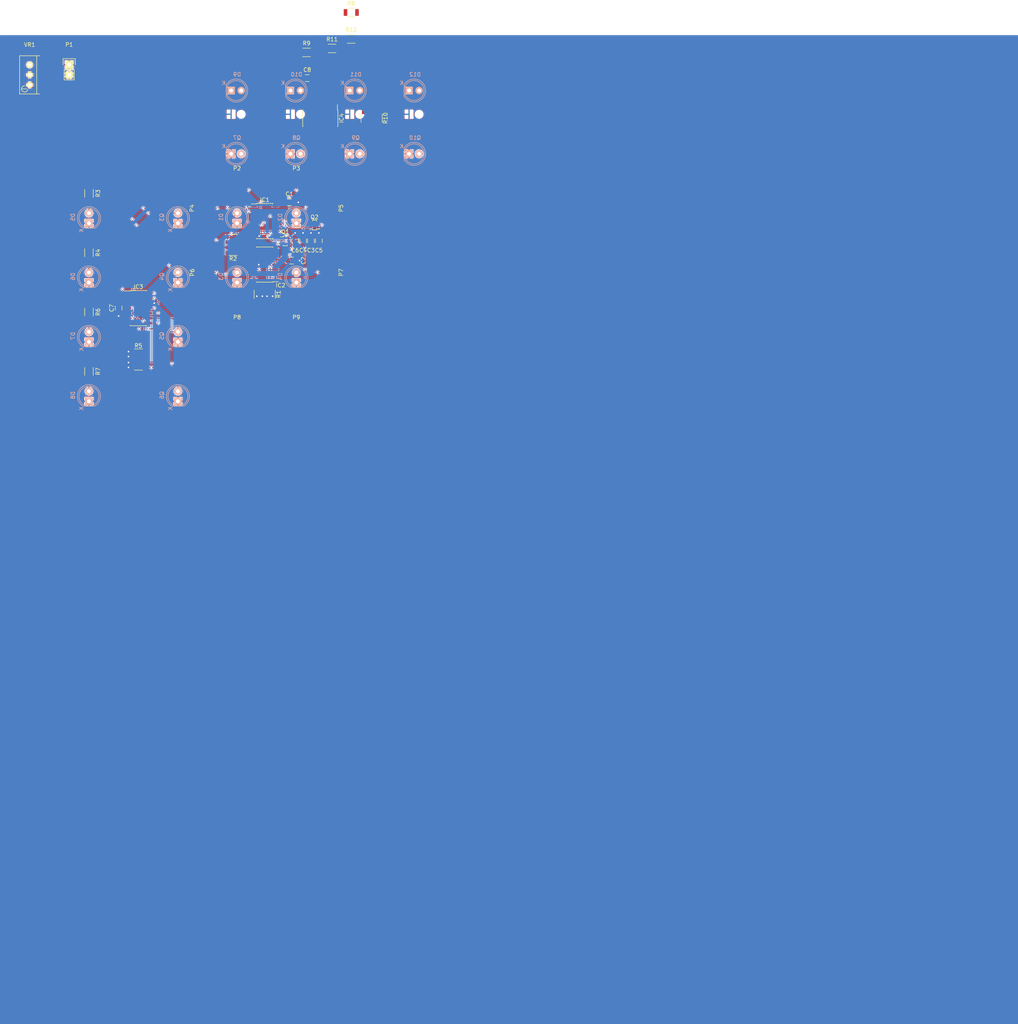
<source format=kicad_pcb>
(kicad_pcb (version 4) (host pcbnew 4.0.1-stable)
  (layers (0 F.Cu signal) (31 B.Cu signal) (34 B.Paste user) (35 F.Paste user) (36 B.SilkS user) (37 F.SilkS user) (38 B.Mask user) (39 F.Mask user) (44 Edge.Cuts user))
  (net 0 "")
  (net 1 +5V)
  (net 2 GND)
  (net 3 "Net-(D1-Pad2)")
  (net 4 "Net-(D2-Pad2)")
  (net 5 "Net-(D3-Pad2)")
  (net 6 "Net-(D4-Pad2)")
  (net 7 /Decay-1)
  (net 8 /Decay-2)
  (net 9 /Decay-3)
  (net 10 /Decay-4)
  (net 11 /Y1)
  (net 12 /X1)
  (net 13 /On-1)
  (net 14 /On-2)
  (net 15 /X2)
  (net 16 /Y2)
  (net 17 /On-4)
  (net 18 /On-3)
  (net 19 /LED1)
  (net 20 /LED2)
  (net 21 /LED4)
  (net 22 /LED3)
  (net 23 "Net-(D5-Pad2)")
  (net 24 "Net-(D6-Pad2)")
  (net 25 "Net-(D7-Pad2)")
  (net 26 "Net-(D8-Pad2)")
  (net 27 "/Detector X/Out-2")
  (net 28 "/Detector X/Out-1")
  (net 29 Ref)
  (net 30 "/Detector X/Detect-1")
  (net 31 "/Detector X/Detect-2")
  (net 32 "/Detector X/Detect-3")
  (net 33 "/Detector X/Detect-4")
  (net 34 "/Detector X/Out-4")
  (net 35 "/Detector X/Out-3")
  (net 36 "Net-(D9-Pad2)")
  (net 37 "Net-(D10-Pad2)")
  (net 38 "Net-(D11-Pad2)")
  (net 39 "Net-(D12-Pad2)")
  (net 40 "/Detector Y/Out-2")
  (net 41 "/Detector Y/Out-1")
  (net 42 "/Detector Y/Detect-1")
  (net 43 "/Detector Y/Detect-2")
  (net 44 "/Detector Y/Detect-3")
  (net 45 "/Detector Y/Detect-4")
  (net 46 "/Detector Y/Out-4")
  (net 47 "/Detector Y/Out-3")
  (module Housings_SOIC:SOIC-14_3.9x8.7mm_Pitch1.27mm (layer F.Cu) (at 86.95 83 180)
    (fp_text reference IC2 (at -4 -5.25 180) (layer F.SilkS))
    (fp_text value LM324)
    (pad 1 smd rect (at -2.7 -3.81 180) (size 1.5 0.6) (layers F.Cu F.Paste F.Mask) (net 19 /LED1))
    (pad 2 smd rect (at -2.7 -2.54 180) (size 1.5 0.6) (layers F.Cu F.Paste F.Mask) (net 19 /LED1))
    (pad 3 smd rect (at -2.7 -1.27 180) (size 1.5 0.6) (layers F.Cu F.Paste F.Mask) (net 7 /Decay-1))
    (pad 4 smd rect (at -2.7 0 180) (size 1.5 0.6) (layers F.Cu F.Paste F.Mask) (net 1 +5V))
    (pad 5 smd rect (at -2.7 1.27 180) (size 1.5 0.6) (layers F.Cu F.Paste F.Mask) (net 8 /Decay-2))
    (pad 6 smd rect (at -2.7 2.54 180) (size 1.5 0.6) (layers F.Cu F.Paste F.Mask) (net 20 /LED2))
    (pad 7 smd rect (at -2.7 3.81 180) (size 1.5 0.6) (layers F.Cu F.Paste F.Mask) (net 20 /LED2))
    (pad 8 smd rect (at 2.7 3.81 180) (size 1.5 0.6) (layers F.Cu F.Paste F.Mask) (net 21 /LED4))
    (pad 9 smd rect (at 2.7 2.54 180) (size 1.5 0.6) (layers F.Cu F.Paste F.Mask) (net 21 /LED4))
    (pad 10 smd rect (at 2.7 1.27 180) (size 1.5 0.6) (layers F.Cu F.Paste F.Mask) (net 10 /Decay-4))
    (pad 11 smd rect (at 2.7 0 180) (size 1.5 0.6) (layers F.Cu F.Paste F.Mask) (net 2 GND))
    (pad 12 smd rect (at 2.7 -1.27 180) (size 1.5 0.6) (layers F.Cu F.Paste F.Mask) (net 9 /Decay-3))
    (pad 13 smd rect (at 2.7 -2.54 180) (size 1.5 0.6) (layers F.Cu F.Paste F.Mask) (net 22 /LED3))
    (pad 14 smd rect (at 2.7 -3.81 180) (size 1.5 0.6) (layers F.Cu F.Paste F.Mask) (net 22 /LED3))
  )
  (module "IC Packages:TO-263" (layer F.Cu) (at 99.55 73 180)
    (fp_text reference Q2 (at 0 2 180) (layer F.SilkS))
    (fp_text value PMOS)
    (pad 1 smd rect (at -0.95 -0.65 180) (size 0.6 0.42) (layers F.Cu F.Paste F.Mask) (net 1 +5V))
    (pad 6 smd rect (at 0.95 -0.65 180) (size 0.6 0.42) (layers F.Cu F.Paste F.Mask) (net 10 /Decay-4))
    (pad 2 smd rect (at -0.95 0 180) (size 0.6 0.42) (layers F.Cu F.Paste F.Mask) (net 18 /On-3))
    (pad 5 smd rect (at 0.95 0 180) (size 0.6 0.42) (layers F.Cu F.Paste F.Mask) (net 17 /On-4))
    (pad 3 smd rect (at -0.95 0.65 180) (size 0.6 0.42) (layers F.Cu F.Paste F.Mask) (net 9 /Decay-3))
    (pad 4 smd rect (at 0.95 0.65 180) (size 0.6 0.42) (layers F.Cu F.Paste F.Mask) (net 1 +5V))
  )
  (module Housings_SOIC:SOIC-14_3.9x8.7mm_Pitch1.27mm (layer F.Cu) (at 86.95 72)
    (fp_text reference IC1 (at 0 -5.375) (layer F.SilkS))
    (fp_text value 4011)
    (pad 1 smd rect (at -2.7 -3.81) (size 1.5 0.6) (layers F.Cu F.Paste F.Mask) (net 11 /Y1))
    (pad 2 smd rect (at -2.7 -2.54) (size 1.5 0.6) (layers F.Cu F.Paste F.Mask) (net 12 /X1))
    (pad 3 smd rect (at -2.7 -1.27) (size 1.5 0.6) (layers F.Cu F.Paste F.Mask) (net 13 /On-1))
    (pad 4 smd rect (at -2.7 0) (size 1.5 0.6) (layers F.Cu F.Paste F.Mask) (net 14 /On-2))
    (pad 5 smd rect (at -2.7 1.27) (size 1.5 0.6) (layers F.Cu F.Paste F.Mask) (net 11 /Y1))
    (pad 6 smd rect (at -2.7 2.54) (size 1.5 0.6) (layers F.Cu F.Paste F.Mask) (net 15 /X2))
    (pad 7 smd rect (at -2.7 3.81) (size 1.5 0.6) (layers F.Cu F.Paste F.Mask) (net 2 GND))
    (pad 8 smd rect (at 2.7 3.81) (size 1.5 0.6) (layers F.Cu F.Paste F.Mask) (net 16 /Y2))
    (pad 9 smd rect (at 2.7 2.54) (size 1.5 0.6) (layers F.Cu F.Paste F.Mask) (net 15 /X2))
    (pad 10 smd rect (at 2.7 1.27) (size 1.5 0.6) (layers F.Cu F.Paste F.Mask) (net 17 /On-4))
    (pad 11 smd rect (at 2.7 0) (size 1.5 0.6) (layers F.Cu F.Paste F.Mask) (net 18 /On-3))
    (pad 12 smd rect (at 2.7 -1.27) (size 1.5 0.6) (layers F.Cu F.Paste F.Mask) (net 16 /Y2))
    (pad 13 smd rect (at 2.7 -2.54) (size 1.5 0.6) (layers F.Cu F.Paste F.Mask) (net 12 /X1))
    (pad 14 smd rect (at 2.7 -3.81) (size 1.5 0.6) (layers F.Cu F.Paste F.Mask) (net 1 +5V))
  )
  (module Resistors_SMD:R_Array_Convex_4x1206 (layer F.Cu) (at 86.95 90.5 270)
    (fp_text reference R1 (at 0 -3.5 270) (layer F.SilkS))
    (fp_text value 220K)
    (pad 1 smd rect (at -1.5 -2 270) (size 0.9 0.9) (layers F.Cu F.Paste F.Mask) (net 7 /Decay-1))
    (pad 4 smd rect (at -1.5 2 270) (size 0.9 0.9) (layers F.Cu F.Paste F.Mask) (net 9 /Decay-3))
    (pad 2 smd rect (at -1.5 -0.66 270) (size 0.9 0.9) (layers F.Cu F.Paste F.Mask) (net 8 /Decay-2))
    (pad 3 smd rect (at -1.5 0.66 270) (size 0.9 0.9) (layers F.Cu F.Paste F.Mask) (net 10 /Decay-4))
    (pad 7 smd rect (at 1.5 -0.66 270) (size 0.9 0.9) (layers F.Cu F.Paste F.Mask) (net 2 GND))
    (pad 8 smd rect (at 1.5 -2 270) (size 0.9 0.9) (layers F.Cu F.Paste F.Mask) (net 2 GND))
    (pad 5 smd rect (at 1.5 2 270) (size 0.9 0.9) (layers F.Cu F.Paste F.Mask) (net 2 GND))
    (pad 6 smd rect (at 1.5 0.66 270) (size 0.9 0.9) (layers F.Cu F.Paste F.Mask) (net 2 GND))
  )
  (module Capacitors_SMD:C_0805 (layer F.Cu) (at 93.2 67.25)
    (fp_text reference C1 (at 0 -2.1) (layer F.SilkS))
    (fp_text value 100nF)
    (pad 1 smd rect (at -1 0) (size 1 1.25) (layers F.Cu F.Paste F.Mask) (net 1 +5V))
    (pad 2 smd rect (at 1 0) (size 1 1.25) (layers F.Cu F.Paste F.Mask) (net 2 GND))
  )
  (module Capacitors_SMD:C_0805 (layer F.Cu) (at 93.75 82)
    (fp_text reference C2 (at 3 0 90) (layer F.SilkS))
    (fp_text value 100nF)
    (pad 1 smd rect (at -1 0) (size 1 1.25) (layers F.Cu F.Paste F.Mask) (net 1 +5V))
    (pad 2 smd rect (at 1 0) (size 1 1.25) (layers F.Cu F.Paste F.Mask) (net 2 GND))
  )
  (module Capacitors_SMD:C_0805 (layer F.Cu) (at 98.65 77 90)
    (fp_text reference C3 (at -2.4 0 180) (layer F.SilkS))
    (fp_text value 1uF)
    (pad 1 smd rect (at -1 0 90) (size 1 1.25) (layers F.Cu F.Paste F.Mask) (net 7 /Decay-1))
    (pad 2 smd rect (at 1 0 90) (size 1 1.25) (layers F.Cu F.Paste F.Mask) (net 2 GND))
  )
  (module Capacitors_SMD:C_0805 (layer F.Cu) (at 96.65 77 90)
    (fp_text reference C4 (at -2.4 0 180) (layer F.SilkS))
    (fp_text value 1uF)
    (pad 1 smd rect (at -1 0 90) (size 1 1.25) (layers F.Cu F.Paste F.Mask) (net 8 /Decay-2))
    (pad 2 smd rect (at 1 0 90) (size 1 1.25) (layers F.Cu F.Paste F.Mask) (net 2 GND))
  )
  (module Capacitors_SMD:C_0805 (layer F.Cu) (at 100.65 77 90)
    (fp_text reference C5 (at -2.4 0 180) (layer F.SilkS))
    (fp_text value 1uF)
    (pad 1 smd rect (at -1 0 90) (size 1 1.25) (layers F.Cu F.Paste F.Mask) (net 9 /Decay-3))
    (pad 2 smd rect (at 1 0 90) (size 1 1.25) (layers F.Cu F.Paste F.Mask) (net 2 GND))
  )
  (module Capacitors_SMD:C_0805 (layer F.Cu) (at 94.65 77 90)
    (fp_text reference C6 (at -2.4 0 180) (layer F.SilkS))
    (fp_text value 1uF)
    (pad 1 smd rect (at -1 0 90) (size 1 1.25) (layers F.Cu F.Paste F.Mask) (net 10 /Decay-4))
    (pad 2 smd rect (at 1 0 90) (size 1 1.25) (layers F.Cu F.Paste F.Mask) (net 2 GND))
  )
  (module LEDs:LED-5MM (layer B.Cu) (at 79.95 72.54 90)
    (fp_text reference D1 (at 1.524 -4.064 90) (layer B.SilkS) (effects (justify mirror)))
    (fp_text value LED)
    (pad 1 thru_hole rect (at 0 0) (size 2 1.9) (drill 1.00076) (layers *.Cu *.Mask B.SilkS) (net 2 GND))
    (pad 2 thru_hole circle (at 2.54 0 90) (size 1.9 1.9) (drill 1.00076) (layers *.Cu *.Mask B.SilkS) (net 3 "Net-(D1-Pad2)"))
  )
  (module LEDs:LED-5MM (layer B.Cu) (at 94.95 72.54 90)
    (fp_text reference D2 (at 1.524 -4.064 90) (layer B.SilkS) (effects (justify mirror)))
    (fp_text value LED)
    (pad 1 thru_hole rect (at 0 0) (size 2 1.9) (drill 1.00076) (layers *.Cu *.Mask B.SilkS) (net 2 GND))
    (pad 2 thru_hole circle (at 2.54 0 90) (size 1.9 1.9) (drill 1.00076) (layers *.Cu *.Mask B.SilkS) (net 4 "Net-(D2-Pad2)"))
  )
  (module LEDs:LED-5MM (layer B.Cu) (at 79.95 87.54 90)
    (fp_text reference D3 (at 1.524 -4.064 90) (layer B.SilkS) (effects (justify mirror)))
    (fp_text value LED)
    (pad 1 thru_hole rect (at 0 0) (size 2 1.9) (drill 1.00076) (layers *.Cu *.Mask B.SilkS) (net 2 GND))
    (pad 2 thru_hole circle (at 2.54 0 90) (size 1.9 1.9) (drill 1.00076) (layers *.Cu *.Mask B.SilkS) (net 5 "Net-(D3-Pad2)"))
  )
  (module LEDs:LED-5MM (layer B.Cu) (at 94.95 87.54 90)
    (fp_text reference D4 (at 1.524 -4.064 90) (layer B.SilkS) (effects (justify mirror)))
    (fp_text value LED)
    (pad 1 thru_hole rect (at 0 0) (size 2 1.9) (drill 1.00076) (layers *.Cu *.Mask B.SilkS) (net 2 GND))
    (pad 2 thru_hole circle (at 2.54 0 90) (size 1.9 1.9) (drill 1.00076) (layers *.Cu *.Mask B.SilkS) (net 6 "Net-(D4-Pad2)"))
  )
  (module Measurement_Points:Measurement_Point_Square-SMD-Pad_Small (layer F.Cu) (at 79.95 62.5)
    (fp_text reference P2 (at 0 -3.81) (layer F.SilkS))
    (fp_text value X1)
    (pad 1 smd rect (at 0 0) (size 1.50114 1.50114) (layers F.Cu F.Mask) (net 12 /X1))
  )
  (module Measurement_Points:Measurement_Point_Square-SMD-Pad_Small (layer F.Cu) (at 94.95 62.5)
    (fp_text reference P3 (at 0 -3.81) (layer F.SilkS))
    (fp_text value X2)
    (pad 1 smd rect (at 0 0) (size 1.50114 1.50114) (layers F.Cu F.Mask) (net 15 /X2))
  )
  (module Measurement_Points:Measurement_Point_Square-SMD-Pad_Small (layer F.Cu) (at 72.35 68.75 90)
    (fp_text reference P4 (at 0 -3.81 90) (layer F.SilkS))
    (fp_text value Y1)
    (pad 1 smd rect (at 0 0 90) (size 1.50114 1.50114) (layers F.Cu F.Mask) (net 11 /Y1))
  )
  (module Measurement_Points:Measurement_Point_Square-SMD-Pad_Small (layer F.Cu) (at 102.45 68.75 270)
    (fp_text reference P5 (at 0 -3.81 270) (layer F.SilkS))
    (fp_text value Y1)
    (pad 1 smd rect (at 0 0 270) (size 1.50114 1.50114) (layers F.Cu F.Mask) (net 11 /Y1))
  )
  (module Measurement_Points:Measurement_Point_Square-SMD-Pad_Small (layer F.Cu) (at 72.45 85 90)
    (fp_text reference P6 (at 0 -3.81 90) (layer F.SilkS))
    (fp_text value Y2)
    (pad 1 smd rect (at 0 0 90) (size 1.50114 1.50114) (layers F.Cu F.Mask) (net 16 /Y2))
  )
  (module Measurement_Points:Measurement_Point_Square-SMD-Pad_Small (layer F.Cu) (at 102.45 85 270)
    (fp_text reference P7 (at 0 -3.81 270) (layer F.SilkS))
    (fp_text value Y2)
    (pad 1 smd rect (at 0 0 270) (size 1.50114 1.50114) (layers F.Cu F.Mask) (net 16 /Y2))
  )
  (module Measurement_Points:Measurement_Point_Square-SMD-Pad_Small (layer F.Cu) (at 79.95 92.5 180)
    (fp_text reference P8 (at 0 -3.81 180) (layer F.SilkS))
    (fp_text value X1)
    (pad 1 smd rect (at 0 0 180) (size 1.50114 1.50114) (layers F.Cu F.Mask) (net 12 /X1))
  )
  (module Measurement_Points:Measurement_Point_Square-SMD-Pad_Small (layer F.Cu) (at 94.95 92.5 180)
    (fp_text reference P9 (at 0 -3.81 180) (layer F.SilkS))
    (fp_text value X2)
    (pad 1 smd rect (at 0 0 180) (size 1.50114 1.50114) (layers F.Cu F.Mask) (net 15 /X2))
  )
  (module "IC Packages:TO-263" (layer F.Cu) (at 92.15 77)
    (fp_text reference Q1 (at 0 -2.25) (layer F.SilkS))
    (fp_text value PMOS)
    (pad 1 smd rect (at -0.95 -0.65) (size 0.6 0.42) (layers F.Cu F.Paste F.Mask) (net 1 +5V))
    (pad 6 smd rect (at 0.95 -0.65) (size 0.6 0.42) (layers F.Cu F.Paste F.Mask) (net 8 /Decay-2))
    (pad 2 smd rect (at -0.95 0) (size 0.6 0.42) (layers F.Cu F.Paste F.Mask) (net 13 /On-1))
    (pad 5 smd rect (at 0.95 0) (size 0.6 0.42) (layers F.Cu F.Paste F.Mask) (net 14 /On-2))
    (pad 3 smd rect (at -0.95 0.65) (size 0.6 0.42) (layers F.Cu F.Paste F.Mask) (net 7 /Decay-1))
    (pad 4 smd rect (at 0.95 0.65) (size 0.6 0.42) (layers F.Cu F.Paste F.Mask) (net 1 +5V))
  )
  (module Resistors_SMD:R_Array_Convex_4x1206 (layer F.Cu) (at 78.95 78 180)
    (fp_text reference R2 (at 0 -3.5 180) (layer F.SilkS))
    (fp_text value 470R)
    (pad 1 smd rect (at -1.5 -2 180) (size 0.9 0.9) (layers F.Cu F.Paste F.Mask) (net 22 /LED3))
    (pad 4 smd rect (at -1.5 2 180) (size 0.9 0.9) (layers F.Cu F.Paste F.Mask) (net 19 /LED1))
    (pad 2 smd rect (at -1.5 -0.66 180) (size 0.9 0.9) (layers F.Cu F.Paste F.Mask) (net 21 /LED4))
    (pad 3 smd rect (at -1.5 0.66 180) (size 0.9 0.9) (layers F.Cu F.Paste F.Mask) (net 20 /LED2))
    (pad 7 smd rect (at 1.5 -0.66 180) (size 0.9 0.9) (layers F.Cu F.Paste F.Mask) (net 6 "Net-(D4-Pad2)"))
    (pad 8 smd rect (at 1.5 -2 180) (size 0.9 0.9) (layers F.Cu F.Paste F.Mask) (net 5 "Net-(D3-Pad2)"))
    (pad 5 smd rect (at 1.5 2 180) (size 0.9 0.9) (layers F.Cu F.Paste F.Mask) (net 3 "Net-(D1-Pad2)"))
    (pad 6 smd rect (at 1.5 0.66 180) (size 0.9 0.9) (layers F.Cu F.Paste F.Mask) (net 4 "Net-(D2-Pad2)"))
  )
  (module Capacitors_SMD:C_0805 (layer F.Cu) (at 50 94 270)
    (fp_text reference C7 (at 0 1.75 270) (layer F.SilkS))
    (fp_text value 100nF)
    (pad 1 smd rect (at -1 0 270) (size 1 1.25) (layers F.Cu F.Paste F.Mask) (net 1 +5V))
    (pad 2 smd rect (at 1 0 270) (size 1 1.25) (layers F.Cu F.Paste F.Mask) (net 2 GND))
  )
  (module LEDs:LED-5MM (layer B.Cu) (at 42.5 72.54 90)
    (fp_text reference D5 (at 1.524 -4.064 90) (layer B.SilkS) (effects (justify mirror)))
    (fp_text value 850nm)
    (fp_text user K (at -1.905 -1.905 90) (layer B.SilkS) (effects (justify mirror)))
    (pad 1 thru_hole rect (at 0 0) (size 2 1.9) (drill 1.00076) (layers *.Cu *.Mask B.SilkS) (net 2 GND))
    (pad 2 thru_hole circle (at 2.54 0 90) (size 1.9 1.9) (drill 1.00076) (layers *.Cu *.Mask B.SilkS) (net 23 "Net-(D5-Pad2)"))
  )
  (module LEDs:LED-5MM (layer B.Cu) (at 42.5 87.54 90)
    (fp_text reference D6 (at 1.524 -4.064 90) (layer B.SilkS) (effects (justify mirror)))
    (fp_text value 850nm)
    (fp_text user K (at -1.905 -1.905 90) (layer B.SilkS) (effects (justify mirror)))
    (pad 1 thru_hole rect (at 0 0) (size 2 1.9) (drill 1.00076) (layers *.Cu *.Mask B.SilkS) (net 2 GND))
    (pad 2 thru_hole circle (at 2.54 0 90) (size 1.9 1.9) (drill 1.00076) (layers *.Cu *.Mask B.SilkS) (net 24 "Net-(D6-Pad2)"))
  )
  (module LEDs:LED-5MM (layer B.Cu) (at 42.5 102.54 90)
    (fp_text reference D7 (at 1.524 -4.064 90) (layer B.SilkS) (effects (justify mirror)))
    (fp_text value 850nm)
    (fp_text user K (at -1.905 -1.905 90) (layer B.SilkS) (effects (justify mirror)))
    (pad 1 thru_hole rect (at 0 0) (size 2 1.9) (drill 1.00076) (layers *.Cu *.Mask B.SilkS) (net 2 GND))
    (pad 2 thru_hole circle (at 2.54 0 90) (size 1.9 1.9) (drill 1.00076) (layers *.Cu *.Mask B.SilkS) (net 25 "Net-(D7-Pad2)"))
  )
  (module LEDs:LED-5MM (layer B.Cu) (at 42.5 117.54 90)
    (fp_text reference D8 (at 1.524 -4.064 90) (layer B.SilkS) (effects (justify mirror)))
    (fp_text value 850nm)
    (fp_text user K (at -1.905 -1.905 90) (layer B.SilkS) (effects (justify mirror)))
    (pad 1 thru_hole rect (at 0 0) (size 2 1.9) (drill 1.00076) (layers *.Cu *.Mask B.SilkS) (net 2 GND))
    (pad 2 thru_hole circle (at 2.54 0 90) (size 1.9 1.9) (drill 1.00076) (layers *.Cu *.Mask B.SilkS) (net 26 "Net-(D8-Pad2)"))
  )
  (module Housings_SOIC:SOIC-14_3.9x8.7mm_Pitch1.27mm (layer F.Cu) (at 55 94)
    (fp_text reference IC3 (at 0 -5.375) (layer F.SilkS))
    (fp_text value LM2901)
    (pad 1 smd rect (at -2.7 -3.81) (size 1.5 0.6) (layers F.Cu F.Paste F.Mask) (net 40 "/Detector Y/Out-2"))
    (pad 2 smd rect (at -2.7 -2.54) (size 1.5 0.6) (layers F.Cu F.Paste F.Mask) (net 41 "/Detector Y/Out-1"))
    (pad 3 smd rect (at -2.7 -1.27) (size 1.5 0.6) (layers F.Cu F.Paste F.Mask) (net 1 +5V))
    (pad 4 smd rect (at -2.7 0) (size 1.5 0.6) (layers F.Cu F.Paste F.Mask) (net 29 Ref))
    (pad 5 smd rect (at -2.7 1.27) (size 1.5 0.6) (layers F.Cu F.Paste F.Mask) (net 42 "/Detector Y/Detect-1"))
    (pad 6 smd rect (at -2.7 2.54) (size 1.5 0.6) (layers F.Cu F.Paste F.Mask) (net 29 Ref))
    (pad 7 smd rect (at -2.7 3.81) (size 1.5 0.6) (layers F.Cu F.Paste F.Mask) (net 43 "/Detector Y/Detect-2"))
    (pad 8 smd rect (at 2.7 3.81) (size 1.5 0.6) (layers F.Cu F.Paste F.Mask) (net 29 Ref))
    (pad 9 smd rect (at 2.7 2.54) (size 1.5 0.6) (layers F.Cu F.Paste F.Mask) (net 44 "/Detector Y/Detect-3"))
    (pad 10 smd rect (at 2.7 1.27) (size 1.5 0.6) (layers F.Cu F.Paste F.Mask) (net 29 Ref))
    (pad 11 smd rect (at 2.7 0) (size 1.5 0.6) (layers F.Cu F.Paste F.Mask) (net 45 "/Detector Y/Detect-4"))
    (pad 12 smd rect (at 2.7 -1.27) (size 1.5 0.6) (layers F.Cu F.Paste F.Mask) (net 2 GND))
    (pad 13 smd rect (at 2.7 -2.54) (size 1.5 0.6) (layers F.Cu F.Paste F.Mask) (net 46 "/Detector Y/Out-4"))
    (pad 14 smd rect (at 2.7 -3.81) (size 1.5 0.6) (layers F.Cu F.Paste F.Mask) (net 47 "/Detector Y/Out-3"))
  )
  (module Pin_Headers:Pin_Header_Straight_1x02 (layer F.Cu) (at 37.5 32.5)
    (fp_text reference P1 (at 0 -5.1) (layer F.SilkS))
    (fp_text value PWR)
    (pad 1 thru_hole rect (at 0 0) (size 2.032 2.032) (drill 1.016) (layers *.Cu *.Mask F.SilkS) (net 1 +5V))
    (pad 2 thru_hole oval (at 0 2.54) (size 2.032 2.032) (drill 1.016) (layers *.Cu *.Mask F.SilkS) (net 2 GND))
  )
  (module LEDs:LED-5MM (layer B.Cu) (at 65 72.54 90)
    (fp_text reference Q3 (at 1.524 -4.064 90) (layer B.SilkS) (effects (justify mirror)))
    (fp_text value 850nm)
    (fp_text user K (at -1.905 -1.905 90) (layer B.SilkS) (effects (justify mirror)))
    (pad 1 thru_hole rect (at 0 0) (size 2 1.9) (drill 1.00076) (layers *.Cu *.Mask B.SilkS) (net 1 +5V))
    (pad 2 thru_hole circle (at 2.54 0 90) (size 1.9 1.9) (drill 1.00076) (layers *.Cu *.Mask B.SilkS) (net 42 "/Detector Y/Detect-1"))
  )
  (module LEDs:LED-5MM (layer B.Cu) (at 65 87.54 90)
    (fp_text reference Q4 (at 1.524 -4.064 90) (layer B.SilkS) (effects (justify mirror)))
    (fp_text value 850nm)
    (fp_text user K (at -1.905 -1.905 90) (layer B.SilkS) (effects (justify mirror)))
    (pad 1 thru_hole rect (at 0 0) (size 2 1.9) (drill 1.00076) (layers *.Cu *.Mask B.SilkS) (net 1 +5V))
    (pad 2 thru_hole circle (at 2.54 0 90) (size 1.9 1.9) (drill 1.00076) (layers *.Cu *.Mask B.SilkS) (net 43 "/Detector Y/Detect-2"))
  )
  (module LEDs:LED-5MM (layer B.Cu) (at 65 102.54 90)
    (fp_text reference Q5 (at 1.524 -4.064 90) (layer B.SilkS) (effects (justify mirror)))
    (fp_text value 850nm)
    (fp_text user K (at -1.905 -1.905 90) (layer B.SilkS) (effects (justify mirror)))
    (pad 1 thru_hole rect (at 0 0) (size 2 1.9) (drill 1.00076) (layers *.Cu *.Mask B.SilkS) (net 1 +5V))
    (pad 2 thru_hole circle (at 2.54 0 90) (size 1.9 1.9) (drill 1.00076) (layers *.Cu *.Mask B.SilkS) (net 44 "/Detector Y/Detect-3"))
  )
  (module LEDs:LED-5MM (layer B.Cu) (at 65 117.54 90)
    (fp_text reference Q6 (at 1.524 -4.064 90) (layer B.SilkS) (effects (justify mirror)))
    (fp_text value 850nm)
    (fp_text user K (at -1.905 -1.905 90) (layer B.SilkS) (effects (justify mirror)))
    (pad 1 thru_hole rect (at 0 0) (size 2 1.9) (drill 1.00076) (layers *.Cu *.Mask B.SilkS) (net 1 +5V))
    (pad 2 thru_hole circle (at 2.54 0 90) (size 1.9 1.9) (drill 1.00076) (layers *.Cu *.Mask B.SilkS) (net 45 "/Detector Y/Detect-4"))
  )
  (module Resistors_SMD:R_1206 (layer F.Cu) (at 42.5 65 270)
    (fp_text reference R3 (at 0 -2.3 270) (layer F.SilkS))
    (fp_text value 120R)
    (pad 1 smd rect (at -1.45 0 270) (size 0.9 1.7) (layers F.Cu F.Paste F.Mask) (net 1 +5V))
    (pad 2 smd rect (at 1.45 0 270) (size 0.9 1.7) (layers F.Cu F.Paste F.Mask) (net 23 "Net-(D5-Pad2)"))
  )
  (module Resistors_SMD:R_1206 (layer F.Cu) (at 42.5 80 270)
    (fp_text reference R4 (at 0 -2.3 270) (layer F.SilkS))
    (fp_text value 120R)
    (pad 1 smd rect (at -1.45 0 270) (size 0.9 1.7) (layers F.Cu F.Paste F.Mask) (net 1 +5V))
    (pad 2 smd rect (at 1.45 0 270) (size 0.9 1.7) (layers F.Cu F.Paste F.Mask) (net 24 "Net-(D6-Pad2)"))
  )
  (module Resistors_SMD:R_Array_Convex_4x1206 (layer F.Cu) (at 55 107)
    (fp_text reference R5 (at 0 -3.5) (layer F.SilkS))
    (fp_text value 1K)
    (pad 1 smd rect (at -1.5 -2) (size 0.9 0.9) (layers F.Cu F.Paste F.Mask) (net 2 GND))
    (pad 4 smd rect (at -1.5 2) (size 0.9 0.9) (layers F.Cu F.Paste F.Mask) (net 2 GND))
    (pad 2 smd rect (at -1.5 -0.66) (size 0.9 0.9) (layers F.Cu F.Paste F.Mask) (net 2 GND))
    (pad 3 smd rect (at -1.5 0.66) (size 0.9 0.9) (layers F.Cu F.Paste F.Mask) (net 2 GND))
    (pad 7 smd rect (at 1.5 -0.66) (size 0.9 0.9) (layers F.Cu F.Paste F.Mask) (net 43 "/Detector Y/Detect-2"))
    (pad 8 smd rect (at 1.5 -2) (size 0.9 0.9) (layers F.Cu F.Paste F.Mask) (net 42 "/Detector Y/Detect-1"))
    (pad 5 smd rect (at 1.5 2) (size 0.9 0.9) (layers F.Cu F.Paste F.Mask) (net 45 "/Detector Y/Detect-4"))
    (pad 6 smd rect (at 1.5 0.66) (size 0.9 0.9) (layers F.Cu F.Paste F.Mask) (net 44 "/Detector Y/Detect-3"))
  )
  (module Resistors_SMD:R_1206 (layer F.Cu) (at 42.5 95 270)
    (fp_text reference R6 (at 0 -2.3 270) (layer F.SilkS))
    (fp_text value 120R)
    (pad 1 smd rect (at -1.45 0 270) (size 0.9 1.7) (layers F.Cu F.Paste F.Mask) (net 1 +5V))
    (pad 2 smd rect (at 1.45 0 270) (size 0.9 1.7) (layers F.Cu F.Paste F.Mask) (net 25 "Net-(D7-Pad2)"))
  )
  (module Resistors_SMD:R_1206 (layer F.Cu) (at 42.5 110 270)
    (fp_text reference R7 (at 0 -2.3 270) (layer F.SilkS))
    (fp_text value 120R)
    (pad 1 smd rect (at -1.45 0 270) (size 0.9 1.7) (layers F.Cu F.Paste F.Mask) (net 1 +5V))
    (pad 2 smd rect (at 1.45 0 270) (size 0.9 1.7) (layers F.Cu F.Paste F.Mask) (net 26 "Net-(D8-Pad2)"))
  )
  (module Potentiometers:Potentiometer_Bourns_3296W_3-8Zoll_Inline_ScrewUp (layer F.Cu) (at 27.5 37.58)
    (fp_text reference VR1 (at 0 -10.16) (layer F.SilkS))
    (fp_text value 10K)
    (pad 2 thru_hole circle (at 0 -2.54) (size 1.524 1.524) (drill 0.8128) (layers *.Cu *.Mask F.SilkS) (net 2 GND))
    (pad 3 thru_hole circle (at 0 -5.08) (size 1.524 1.524) (drill 0.8128) (layers *.Cu *.Mask F.SilkS) (net 29 Ref))
    (pad 1 thru_hole circle (at 0 0) (size 1.524 1.524) (drill 0.8128) (layers *.Cu *.Mask F.SilkS) (net 1 +5V))
  )
  (module Capacitors_SMD:C_0805 (layer F.Cu) (at 97.69721 35.862314)
    (fp_text reference C8 (at 0 -2.1) (layer F.SilkS))
    (fp_text value 100nF)
    (pad 1 smd rect (at -1 0) (size 1 1.25) (layers F.Cu F.Paste F.Mask) (net 1 +5V))
    (pad 2 smd rect (at 1 0) (size 1 1.25) (layers F.Cu F.Paste F.Mask) (net 2 GND))
  )
  (module LEDs:LED-5MM (layer B.Cu) (at 78.46 39)
    (fp_text reference D9 (at 1.524 -4.064) (layer B.SilkS) (effects (justify mirror)))
    (fp_text value 850nm)
    (fp_text user K (at -1.905 -1.905) (layer B.SilkS) (effects (justify mirror)))
    (pad 1 thru_hole rect (at 0 0 270) (size 2 1.9) (drill 1.00076) (layers *.Cu *.Mask B.SilkS) (net 2 GND))
    (pad 2 thru_hole circle (at 2.54 0) (size 1.9 1.9) (drill 1.00076) (layers *.Cu *.Mask B.SilkS) (net 36 "Net-(D9-Pad2)"))
  )
  (module LEDs:LED-5MM (layer B.Cu) (at 93.46 39)
    (fp_text reference D10 (at 1.524 -4.064) (layer B.SilkS) (effects (justify mirror)))
    (fp_text value 850nm)
    (fp_text user K (at -1.905 -1.905) (layer B.SilkS) (effects (justify mirror)))
    (pad 1 thru_hole rect (at 0 0 270) (size 2 1.9) (drill 1.00076) (layers *.Cu *.Mask B.SilkS) (net 2 GND))
    (pad 2 thru_hole circle (at 2.54 0) (size 1.9 1.9) (drill 1.00076) (layers *.Cu *.Mask B.SilkS) (net 37 "Net-(D10-Pad2)"))
  )
  (module LEDs:LED-5MM (layer B.Cu) (at 108.46 39)
    (fp_text reference D11 (at 1.524 -4.064) (layer B.SilkS) (effects (justify mirror)))
    (fp_text value 850nm)
    (fp_text user K (at -1.905 -1.905) (layer B.SilkS) (effects (justify mirror)))
    (pad 1 thru_hole rect (at 0 0 270) (size 2 1.9) (drill 1.00076) (layers *.Cu *.Mask B.SilkS) (net 2 GND))
    (pad 2 thru_hole circle (at 2.54 0) (size 1.9 1.9) (drill 1.00076) (layers *.Cu *.Mask B.SilkS) (net 38 "Net-(D11-Pad2)"))
  )
  (module LEDs:LED-5MM (layer B.Cu) (at 123.46 39)
    (fp_text reference D12 (at 1.524 -4.064) (layer B.SilkS) (effects (justify mirror)))
    (fp_text value 850nm)
    (fp_text user K (at -1.905 -1.905) (layer B.SilkS) (effects (justify mirror)))
    (pad 1 thru_hole rect (at 0 0 270) (size 2 1.9) (drill 1.00076) (layers *.Cu *.Mask B.SilkS) (net 2 GND))
    (pad 2 thru_hole circle (at 2.54 0) (size 1.9 1.9) (drill 1.00076) (layers *.Cu *.Mask B.SilkS) (net 39 "Net-(D12-Pad2)"))
  )
  (module Housings_SOIC:SOIC-14_3.9x8.7mm_Pitch1.27mm (layer F.Cu) (at 101 46 270)
    (fp_text reference IC4 (at 0 -5.375 270) (layer F.SilkS))
    (fp_text value LM2901)
    (pad 1 smd rect (at -2.7 -3.81 270) (size 1.5 0.6) (layers F.Cu F.Paste F.Mask) (net 27 "/Detector X/Out-2"))
    (pad 2 smd rect (at -2.7 -2.54 270) (size 1.5 0.6) (layers F.Cu F.Paste F.Mask) (net 28 "/Detector X/Out-1"))
    (pad 3 smd rect (at -2.7 -1.27 270) (size 1.5 0.6) (layers F.Cu F.Paste F.Mask) (net 1 +5V))
    (pad 4 smd rect (at -2.7 0 270) (size 1.5 0.6) (layers F.Cu F.Paste F.Mask) (net 29 Ref))
    (pad 5 smd rect (at -2.7 1.27 270) (size 1.5 0.6) (layers F.Cu F.Paste F.Mask) (net 30 "/Detector X/Detect-1"))
    (pad 6 smd rect (at -2.7 2.54 270) (size 1.5 0.6) (layers F.Cu F.Paste F.Mask) (net 29 Ref))
    (pad 7 smd rect (at -2.7 3.81 270) (size 1.5 0.6) (layers F.Cu F.Paste F.Mask) (net 31 "/Detector X/Detect-2"))
    (pad 8 smd rect (at 2.7 3.81 270) (size 1.5 0.6) (layers F.Cu F.Paste F.Mask) (net 29 Ref))
    (pad 9 smd rect (at 2.7 2.54 270) (size 1.5 0.6) (layers F.Cu F.Paste F.Mask) (net 32 "/Detector X/Detect-3"))
    (pad 10 smd rect (at 2.7 1.27 270) (size 1.5 0.6) (layers F.Cu F.Paste F.Mask) (net 29 Ref))
    (pad 11 smd rect (at 2.7 0 270) (size 1.5 0.6) (layers F.Cu F.Paste F.Mask) (net 33 "/Detector X/Detect-4"))
    (pad 12 smd rect (at 2.7 -1.27 270) (size 1.5 0.6) (layers F.Cu F.Paste F.Mask) (net 2 GND))
    (pad 13 smd rect (at 2.7 -2.54 270) (size 1.5 0.6) (layers F.Cu F.Paste F.Mask) (net 34 "/Detector X/Out-4"))
    (pad 14 smd rect (at 2.7 -3.81 270) (size 1.5 0.6) (layers F.Cu F.Paste F.Mask) (net 35 "/Detector X/Out-3"))
  )
  (module LEDs:LED-5MM (layer B.Cu) (at 78.46 55)
    (fp_text reference Q7 (at 1.524 -4.064) (layer B.SilkS) (effects (justify mirror)))
    (fp_text value 850nm)
    (fp_text user K (at -1.905 -1.905) (layer B.SilkS) (effects (justify mirror)))
    (pad 1 thru_hole rect (at 0 0 270) (size 2 1.9) (drill 1.00076) (layers *.Cu *.Mask B.SilkS) (net 1 +5V))
    (pad 2 thru_hole circle (at 2.54 0) (size 1.9 1.9) (drill 1.00076) (layers *.Cu *.Mask B.SilkS) (net 30 "/Detector X/Detect-1"))
  )
  (module LEDs:LED-5MM (layer B.Cu) (at 93.46 55)
    (fp_text reference Q8 (at 1.524 -4.064) (layer B.SilkS) (effects (justify mirror)))
    (fp_text value 850nm)
    (fp_text user K (at -1.905 -1.905) (layer B.SilkS) (effects (justify mirror)))
    (pad 1 thru_hole rect (at 0 0 270) (size 2 1.9) (drill 1.00076) (layers *.Cu *.Mask B.SilkS) (net 1 +5V))
    (pad 2 thru_hole circle (at 2.54 0) (size 1.9 1.9) (drill 1.00076) (layers *.Cu *.Mask B.SilkS) (net 31 "/Detector X/Detect-2"))
  )
  (module LEDs:LED-5MM (layer B.Cu) (at 108.46 55)
    (fp_text reference Q9 (at 1.524 -4.064) (layer B.SilkS) (effects (justify mirror)))
    (fp_text value 850nm)
    (fp_text user K (at -1.905 -1.905) (layer B.SilkS) (effects (justify mirror)))
    (pad 1 thru_hole rect (at 0 0 270) (size 2 1.9) (drill 1.00076) (layers *.Cu *.Mask B.SilkS) (net 1 +5V))
    (pad 2 thru_hole circle (at 2.54 0) (size 1.9 1.9) (drill 1.00076) (layers *.Cu *.Mask B.SilkS) (net 32 "/Detector X/Detect-3"))
  )
  (module LEDs:LED-5MM (layer B.Cu) (at 123.46 55)
    (fp_text reference Q10 (at 1.524 -4.064) (layer B.SilkS) (effects (justify mirror)))
    (fp_text value 850nm)
    (fp_text user K (at -1.905 -1.905) (layer B.SilkS) (effects (justify mirror)))
    (pad 1 thru_hole rect (at 0 0 270) (size 2 1.9) (drill 1.00076) (layers *.Cu *.Mask B.SilkS) (net 1 +5V))
    (pad 2 thru_hole circle (at 2.54 0) (size 1.9 1.9) (drill 1.00076) (layers *.Cu *.Mask B.SilkS) (net 33 "/Detector X/Detect-4"))
  )
  (module Resistors_SMD:R_1206 (layer F.Cu) (at 108.837687 19.262314)
    (fp_text reference R8 (at 0 -2.3) (layer F.SilkS))
    (fp_text value 120R)
    (pad 1 smd rect (at -1.45 0) (size 0.9 1.7) (layers F.Cu F.Paste F.Mask) (net 1 +5V))
    (pad 2 smd rect (at 1.45 0) (size 0.9 1.7) (layers F.Cu F.Paste F.Mask) (net 36 "Net-(D9-Pad2)"))
  )
  (module Resistors_SMD:R_1206 (layer F.Cu) (at 97.537687 29.362314)
    (fp_text reference R9 (at 0 -2.3) (layer F.SilkS))
    (fp_text value 120R)
    (pad 1 smd rect (at -1.45 0) (size 0.9 1.7) (layers F.Cu F.Paste F.Mask) (net 1 +5V))
    (pad 2 smd rect (at 1.45 0) (size 0.9 1.7) (layers F.Cu F.Paste F.Mask) (net 37 "Net-(D10-Pad2)"))
  )
  (module Resistors_SMD:R_Array_Convex_4x1206 (layer F.Cu) (at 114 46 270)
    (fp_text reference R10 (at 0 -3.5 270) (layer F.SilkS))
    (fp_text value 1K)
    (pad 1 smd rect (at -1.5 -2 270) (size 0.9 0.9) (layers F.Cu F.Paste F.Mask) (net 2 GND))
    (pad 4 smd rect (at -1.5 2 270) (size 0.9 0.9) (layers F.Cu F.Paste F.Mask) (net 2 GND))
    (pad 2 smd rect (at -1.5 -0.66 270) (size 0.9 0.9) (layers F.Cu F.Paste F.Mask) (net 2 GND))
    (pad 3 smd rect (at -1.5 0.66 270) (size 0.9 0.9) (layers F.Cu F.Paste F.Mask) (net 2 GND))
    (pad 7 smd rect (at 1.5 -0.66 270) (size 0.9 0.9) (layers F.Cu F.Paste F.Mask) (net 31 "/Detector X/Detect-2"))
    (pad 8 smd rect (at 1.5 -2 270) (size 0.9 0.9) (layers F.Cu F.Paste F.Mask) (net 30 "/Detector X/Detect-1"))
    (pad 5 smd rect (at 1.5 2 270) (size 0.9 0.9) (layers F.Cu F.Paste F.Mask) (net 33 "/Detector X/Detect-4"))
    (pad 6 smd rect (at 1.5 0.66 270) (size 0.9 0.9) (layers F.Cu F.Paste F.Mask) (net 32 "/Detector X/Detect-3"))
  )
  (module Resistors_SMD:R_1206 (layer F.Cu) (at 103.987687 28.362314)
    (fp_text reference R11 (at 0 -2.3) (layer F.SilkS))
    (fp_text value 120R)
    (pad 1 smd rect (at -1.45 0) (size 0.9 1.7) (layers F.Cu F.Paste F.Mask) (net 1 +5V))
    (pad 2 smd rect (at 1.45 0) (size 0.9 1.7) (layers F.Cu F.Paste F.Mask) (net 38 "Net-(D11-Pad2)"))
  )
  (module Resistors_SMD:R_1206 (layer F.Cu) (at 108.837687 25.962314)
    (fp_text reference R12 (at 0 -2.3) (layer F.SilkS))
    (fp_text value 120R)
    (pad 1 smd rect (at -1.45 0) (size 0.9 1.7) (layers F.Cu F.Paste F.Mask) (net 1 +5V))
    (pad 2 smd rect (at 1.45 0) (size 0.9 1.7) (layers F.Cu F.Paste F.Mask) (net 39 "Net-(D12-Pad2)"))
  )
  (segment (start 89.65 68.19) (end 90.51 68.19) (width 0.3) (layer F.Cu) (net 1))
  (segment (start 90.51 68.19) (end 91.45 67.25) (width 0.3) (layer F.Cu) (net 1))
  (segment (start 91.45 67.25) (end 92.2 67.25) (width 0.3) (layer F.Cu) (net 1))
  (segment (start 52.59 106.34) (end 52.5 106.25) (width 0.3) (layer F.Cu) (net 2))
  (segment (start 53.5 106.34) (end 52.59 106.34) (width 0.3) (layer F.Cu) (net 2))
  (via (at 52.5 106.25) (size 0.6) (drill 0.4) (layers F.Cu B.Cu) (net 2))
  (segment (start 53.5 109) (end 52.5 109) (width 0.3) (layer F.Cu) (net 2))
  (via (at 52.5 109) (size 0.6) (drill 0.4) (layers F.Cu B.Cu) (net 2))
  (segment (start 53.5 107.66) (end 52.59 107.66) (width 0.3) (layer F.Cu) (net 2))
  (segment (start 52.59 107.66) (end 52.5 107.75) (width 0.3) (layer F.Cu) (net 2))
  (via (at 52.5 107.75) (size 0.6) (drill 0.4) (layers F.Cu B.Cu) (net 2))
  (segment (start 53.5 105) (end 52.5 105) (width 0.3) (layer F.Cu) (net 2))
  (via (at 52.5 105) (size 0.6) (drill 0.4) (layers F.Cu B.Cu) (net 2))
  (segment (start 50 95) (end 50 96) (width 0.3) (layer F.Cu) (net 2))
  (via (at 50 96) (size 0.6) (drill 0.4) (layers F.Cu B.Cu) (net 2))
  (segment (start 57.7 92.73) (end 58.98 92.73) (width 0.3) (layer F.Cu) (net 2))
  (segment (start 58.98 92.73) (end 59 92.75) (width 0.3) (layer F.Cu) (net 2))
  (via (at 59 92.75) (size 0.6) (drill 0.4) (layers F.Cu B.Cu) (net 2))
  (segment (start 86.29 92) (end 86.29 91.06) (width 0.3) (layer F.Cu) (net 2))
  (segment (start 86.29 91.06) (end 86.35 91) (width 0.3) (layer F.Cu) (net 2))
  (via (at 86.35 91) (size 0.6) (drill 0.4) (layers F.Cu B.Cu) (net 2))
  (segment (start 87.61 92) (end 87.61 91.06) (width 0.3) (layer F.Cu) (net 2))
  (segment (start 87.61 91.06) (end 87.55 91) (width 0.3) (layer F.Cu) (net 2))
  (via (at 87.55 91) (size 0.6) (drill 0.4) (layers F.Cu B.Cu) (net 2))
  (segment (start 88.95 92) (end 88.95 91) (width 0.3) (layer F.Cu) (net 2))
  (via (at 88.95 91) (size 0.6) (drill 0.4) (layers F.Cu B.Cu) (net 2))
  (segment (start 84.95 92) (end 84.95 91) (width 0.3) (layer F.Cu) (net 2))
  (via (at 84.95 91) (size 0.6) (drill 0.4) (layers F.Cu B.Cu) (net 2))
  (segment (start 100.65 76) (end 100.65 75) (width 0.3) (layer F.Cu) (net 2))
  (via (at 100.65 75) (size 0.6) (drill 0.4) (layers F.Cu B.Cu) (net 2))
  (segment (start 98.65 76) (end 98.65 75) (width 0.3) (layer F.Cu) (net 2))
  (via (at 98.65 75) (size 0.6) (drill 0.4) (layers F.Cu B.Cu) (net 2))
  (segment (start 96.65 76) (end 96.65 75) (width 0.3) (layer F.Cu) (net 2))
  (via (at 96.65 75) (size 0.6) (drill 0.4) (layers F.Cu B.Cu) (net 2))
  (segment (start 94.65 76) (end 94.65 75) (width 0.3) (layer F.Cu) (net 2))
  (via (at 94.65 75) (size 0.6) (drill 0.4) (layers F.Cu B.Cu) (net 2))
  (segment (start 94.75 82) (end 95.75 82) (width 0.3) (layer F.Cu) (net 2))
  (via (at 95.75 82) (size 0.6) (drill 0.4) (layers F.Cu B.Cu) (net 2))
  (segment (start 84.25 75.81) (end 85.54 75.81) (width 0.3) (layer F.Cu) (net 2))
  (segment (start 85.54 75.81) (end 85.55 75.8) (width 0.3) (layer F.Cu) (net 2))
  (via (at 85.55 75.8) (size 0.6) (drill 0.4) (layers F.Cu B.Cu) (net 2))
  (segment (start 84.25 83) (end 85.45 83) (width 0.3) (layer F.Cu) (net 2))
  (via (at 85.45 83) (size 0.6) (drill 0.4) (layers F.Cu B.Cu) (net 2))
  (segment (start 94.2 67.25) (end 95.45 67.25) (width 0.3) (layer F.Cu) (net 2))
  (via (at 95.45 67.25) (size 0.6) (drill 0.4) (layers F.Cu B.Cu) (net 2))
  (segment (start 77.45 76) (end 77.45 72.5) (width 0.3) (layer F.Cu) (net 3))
  (segment (start 77.45 72.5) (end 79.95 70) (width 0.3) (layer F.Cu) (net 3))
  (segment (start 77.45 80) (end 77.45 82.5) (width 0.3) (layer F.Cu) (net 5))
  (segment (start 77.45 82.5) (end 79.95 85) (width 0.3) (layer F.Cu) (net 5))
  (segment (start 77.45 78.66) (end 76.7 78.66) (width 0.3) (layer F.Cu) (net 6))
  (segment (start 90.149999 89.800001) (end 94.000001 85.949999) (width 0.3) (layer F.Cu) (net 6))
  (segment (start 76.7 78.66) (end 76.649999 78.710001) (width 0.3) (layer F.Cu) (net 6))
  (segment (start 78 88.5) (end 79.300001 89.800001) (width 0.3) (layer F.Cu) (net 6))
  (segment (start 76.649999 78.710001) (end 76.649999 83.399999) (width 0.3) (layer F.Cu) (net 6))
  (segment (start 76.649999 83.399999) (end 78 84.75) (width 0.3) (layer F.Cu) (net 6))
  (segment (start 78 84.75) (end 78 88.5) (width 0.3) (layer F.Cu) (net 6))
  (segment (start 79.300001 89.800001) (end 90.149999 89.800001) (width 0.3) (layer F.Cu) (net 6))
  (segment (start 94.000001 85.949999) (end 94.95 85) (width 0.3) (layer F.Cu) (net 6))
  (segment (start 88.35 83.6) (end 88.35 82.8) (width 0.2) (layer F.Cu) (net 7))
  (segment (start 90.640001 82.330001) (end 93.170002 79.8) (width 0.2) (layer F.Cu) (net 7))
  (segment (start 96.725 79.8) (end 98.525 78) (width 0.2) (layer F.Cu) (net 7))
  (segment (start 88.35 82.8) (end 88.819999 82.330001) (width 0.2) (layer F.Cu) (net 7))
  (segment (start 88.819999 82.330001) (end 90.640001 82.330001) (width 0.2) (layer F.Cu) (net 7))
  (segment (start 93.170002 79.8) (end 96.725 79.8) (width 0.2) (layer F.Cu) (net 7))
  (segment (start 98.525 78) (end 98.65 78) (width 0.2) (layer F.Cu) (net 7))
  (segment (start 90.95 79.024264) (end 90.349996 78.42426) (width 0.2) (layer B.Cu) (net 7))
  (via (at 90.349996 77.8) (size 0.6) (drill 0.4) (layers F.Cu B.Cu) (net 7))
  (segment (start 91.2 77.65) (end 90.499996 77.65) (width 0.2) (layer F.Cu) (net 7))
  (segment (start 90.499996 77.65) (end 90.349996 77.8) (width 0.2) (layer F.Cu) (net 7))
  (segment (start 90.349996 78.42426) (end 90.349996 77.8) (width 0.2) (layer B.Cu) (net 7))
  (segment (start 88.35 83.6) (end 90.95 81) (width 0.2) (layer B.Cu) (net 7))
  (segment (start 90.95 81) (end 90.95 79.024264) (width 0.2) (layer B.Cu) (net 7))
  (segment (start 88.35 83.6) (end 88.35 84.27) (width 0.2) (layer F.Cu) (net 7))
  (via (at 88.35 83.6) (size 0.6) (drill 0.4) (layers F.Cu B.Cu) (net 7))
  (segment (start 88.95 89) (end 88.95 88.35) (width 0.2) (layer F.Cu) (net 7))
  (segment (start 88.95 88.35) (end 88.35 87.75) (width 0.2) (layer F.Cu) (net 7))
  (segment (start 88.35 87.75) (end 88.35 84.27) (width 0.2) (layer F.Cu) (net 7))
  (segment (start 88.35 84.27) (end 89.65 84.27) (width 0.2) (layer F.Cu) (net 7))
  (segment (start 89.63 84.25) (end 89.65 84.27) (width 0.2) (layer F.Cu) (net 7))
  (segment (start 90.6 81.73) (end 93.33 79) (width 0.2) (layer F.Cu) (net 8))
  (segment (start 89.65 81.73) (end 90.6 81.73) (width 0.2) (layer F.Cu) (net 8))
  (segment (start 93.33 79) (end 93.75 79) (width 0.2) (layer F.Cu) (net 8))
  (segment (start 93.75 76.8) (end 93.75 79) (width 0.2) (layer B.Cu) (net 8))
  (segment (start 92.55 75.6) (end 93.75 76.8) (width 0.2) (layer B.Cu) (net 8))
  (segment (start 96.525 78) (end 95.525 79) (width 0.2) (layer F.Cu) (net 8))
  (segment (start 96.65 78) (end 96.525 78) (width 0.2) (layer F.Cu) (net 8))
  (via (at 93.75 79) (size 0.6) (drill 0.4) (layers F.Cu B.Cu) (net 8))
  (segment (start 95.525 79) (end 93.75 79) (width 0.2) (layer F.Cu) (net 8))
  (segment (start 92.55 75.89) (end 92.55 75.6) (width 0.2) (layer F.Cu) (net 8))
  (segment (start 93.1 76.35) (end 93.01 76.35) (width 0.2) (layer F.Cu) (net 8))
  (segment (start 93.01 76.35) (end 92.55 75.89) (width 0.2) (layer F.Cu) (net 8))
  (via (at 92.55 75.6) (size 0.6) (drill 0.4) (layers F.Cu B.Cu) (net 8))
  (segment (start 87.61 82.54) (end 88.42 81.73) (width 0.2) (layer F.Cu) (net 8))
  (segment (start 88.42 81.73) (end 89.65 81.73) (width 0.2) (layer F.Cu) (net 8))
  (segment (start 87.61 89) (end 87.61 82.54) (width 0.2) (layer F.Cu) (net 8))
  (segment (start 84.95 89) (end 84.95 88.35) (width 0.2) (layer F.Cu) (net 9))
  (segment (start 85.55 87.75) (end 85.55 84.694264) (width 0.2) (layer F.Cu) (net 9))
  (segment (start 84.95 88.35) (end 85.55 87.75) (width 0.2) (layer F.Cu) (net 9))
  (segment (start 85.55 84.694264) (end 85.55 84.27) (width 0.2) (layer F.Cu) (net 9))
  (segment (start 93.35 80.6) (end 98.95 80.6) (width 0.2) (layer F.Cu) (net 9))
  (segment (start 98.95 80.6) (end 100.65 78.9) (width 0.2) (layer F.Cu) (net 9))
  (segment (start 100.65 78.9) (end 100.65 78) (width 0.2) (layer F.Cu) (net 9))
  (segment (start 85.55 84.27) (end 90.68 84.27) (width 0.2) (layer B.Cu) (net 9))
  (segment (start 90.68 84.27) (end 93.35 81.6) (width 0.2) (layer B.Cu) (net 9))
  (segment (start 93.35 81.6) (end 93.35 80.6) (width 0.2) (layer B.Cu) (net 9))
  (segment (start 100.65 78) (end 101.55 78) (width 0.2) (layer F.Cu) (net 9))
  (segment (start 101.950001 77.599999) (end 101.950001 72.711999) (width 0.2) (layer F.Cu) (net 9))
  (segment (start 101.55 78) (end 101.950001 77.599999) (width 0.2) (layer F.Cu) (net 9))
  (segment (start 101.950001 72.711999) (end 101.588002 72.35) (width 0.2) (layer F.Cu) (net 9))
  (segment (start 101.588002 72.35) (end 100.5 72.35) (width 0.2) (layer F.Cu) (net 9))
  (via (at 93.35 80.6) (size 0.6) (drill 0.4) (layers F.Cu B.Cu) (net 9))
  (via (at 85.55 84.27) (size 0.6) (drill 0.4) (layers F.Cu B.Cu) (net 9))
  (segment (start 85.55 84.27) (end 84.25 84.27) (width 0.2) (layer F.Cu) (net 9))
  (segment (start 87.52 81.73) (end 86.25 81.73) (width 0.2) (layer F.Cu) (net 10))
  (segment (start 86.29 89) (end 86.29 81.77) (width 0.2) (layer F.Cu) (net 10))
  (segment (start 86.25 81.73) (end 84.25 81.73) (width 0.2) (layer F.Cu) (net 10))
  (segment (start 86.29 81.77) (end 86.25 81.73) (width 0.2) (layer F.Cu) (net 10))
  (segment (start 94.65 78) (end 93.75 78) (width 0.2) (layer F.Cu) (net 10))
  (segment (start 93.75 78) (end 90.689999 81.060001) (width 0.2) (layer F.Cu) (net 10))
  (segment (start 90.689999 81.060001) (end 88.189999 81.060001) (width 0.2) (layer F.Cu) (net 10))
  (segment (start 88.189999 81.060001) (end 87.52 81.73) (width 0.2) (layer F.Cu) (net 10))
  (segment (start 94.65 78) (end 94.775 78) (width 0.2) (layer F.Cu) (net 10))
  (segment (start 95.724999 74.990701) (end 97.0657 73.65) (width 0.2) (layer F.Cu) (net 10))
  (segment (start 94.775 78) (end 95.724999 77.050001) (width 0.2) (layer F.Cu) (net 10))
  (segment (start 95.724999 77.050001) (end 95.724999 74.990701) (width 0.2) (layer F.Cu) (net 10))
  (segment (start 97.0657 73.65) (end 98.6 73.65) (width 0.2) (layer F.Cu) (net 10))
  (segment (start 102.45 68.75) (end 97.5 68.75) (width 0.2) (layer F.Cu) (net 11))
  (segment (start 97.5 68.75) (end 97.35 68.6) (width 0.2) (layer F.Cu) (net 11))
  (segment (start 75.150016 68.6) (end 75.000016 68.75) (width 0.2) (layer B.Cu) (net 11))
  (segment (start 72.35 68.75) (end 75.000016 68.75) (width 0.2) (layer F.Cu) (net 11))
  (segment (start 77.55 68.6) (end 75.150016 68.6) (width 0.2) (layer B.Cu) (net 11))
  (via (at 75.000016 68.75) (size 0.6) (drill 0.4) (layers F.Cu B.Cu) (net 11))
  (segment (start 97.349998 68.600002) (end 97.35 68.6) (width 0.2) (layer B.Cu) (net 11))
  (segment (start 82.349998 68.600002) (end 97.349998 68.600002) (width 0.2) (layer B.Cu) (net 11))
  (via (at 97.35 68.6) (size 0.6) (drill 0.4) (layers F.Cu B.Cu) (net 11))
  (via (at 82.349998 68.600002) (size 0.6) (drill 0.4) (layers F.Cu B.Cu) (net 11))
  (segment (start 84.25 73.27) (end 83.8 73.27) (width 0.2) (layer F.Cu) (net 11))
  (segment (start 83.8 73.27) (end 82.349998 71.819998) (width 0.2) (layer F.Cu) (net 11))
  (segment (start 82.349998 71.819998) (end 82.349998 68.600002) (width 0.2) (layer F.Cu) (net 11))
  (segment (start 82.349998 68.600002) (end 82.35 68.6) (width 0.2) (layer F.Cu) (net 11))
  (segment (start 82.35 68.6) (end 77.55 68.6) (width 0.2) (layer F.Cu) (net 11))
  (segment (start 82.35 68.6) (end 82.76 68.19) (width 0.2) (layer F.Cu) (net 11))
  (segment (start 82.76 68.19) (end 84.25 68.19) (width 0.2) (layer F.Cu) (net 11))
  (via (at 77.55 68.6) (size 0.6) (drill 0.4) (layers F.Cu B.Cu) (net 11))
  (segment (start 84.24 68.2) (end 84.25 68.19) (width 0.2) (layer F.Cu) (net 11))
  (segment (start 79.95 62.5) (end 79.95 63.45) (width 0.2) (layer F.Cu) (net 12))
  (segment (start 79.95 63.45) (end 80.7 64.2) (width 0.2) (layer F.Cu) (net 12))
  (segment (start 80.7 64.2) (end 82.95 64.2) (width 0.2) (layer F.Cu) (net 12))
  (segment (start 77.15 88.74943) (end 77.15 85.4) (width 0.2) (layer F.Cu) (net 12))
  (segment (start 79.95 91.54943) (end 77.15 88.74943) (width 0.2) (layer F.Cu) (net 12))
  (segment (start 77.15 77) (end 77.15 85.4) (width 0.2) (layer B.Cu) (net 12))
  (segment (start 82.95 69.6) (end 82.95 72) (width 0.2) (layer B.Cu) (net 12))
  (segment (start 79.95 92.5) (end 79.95 91.54943) (width 0.2) (layer F.Cu) (net 12))
  (segment (start 78.15 76) (end 77.15 77) (width 0.2) (layer B.Cu) (net 12))
  (segment (start 78.95 76) (end 78.15 76) (width 0.2) (layer B.Cu) (net 12))
  (segment (start 82.95 72) (end 78.95 76) (width 0.2) (layer B.Cu) (net 12))
  (via (at 77.15 85.4) (size 0.6) (drill 0.4) (layers F.Cu B.Cu) (net 12))
  (segment (start 84.25 69.46) (end 83.09 69.46) (width 0.2) (layer F.Cu) (net 12))
  (segment (start 83.09 69.46) (end 82.95 69.6) (width 0.2) (layer F.Cu) (net 12))
  (via (at 82.95 69.6) (size 0.6) (drill 0.4) (layers F.Cu B.Cu) (net 12))
  (segment (start 82.95 64.2) (end 85.95 67.2) (width 0.2) (layer B.Cu) (net 12))
  (via (at 85.95 67.2) (size 0.6) (drill 0.4) (layers F.Cu B.Cu) (net 12))
  (via (at 82.95 64.2) (size 0.6) (drill 0.4) (layers F.Cu B.Cu) (net 12))
  (segment (start 85.95 67.2) (end 85.95 69.46) (width 0.2) (layer F.Cu) (net 12))
  (segment (start 84.25 69.46) (end 85.95 69.46) (width 0.2) (layer F.Cu) (net 12))
  (segment (start 85.95 69.46) (end 89.65 69.46) (width 0.2) (layer F.Cu) (net 12))
  (segment (start 86.750016 74.800036) (end 87.75 75.80002) (width 0.2) (layer B.Cu) (net 13))
  (segment (start 88.94998 77) (end 87.75 75.80002) (width 0.2) (layer F.Cu) (net 13))
  (segment (start 86.750016 72.4) (end 86.750016 74.800036) (width 0.2) (layer B.Cu) (net 13))
  (segment (start 91.2 77) (end 88.94998 77) (width 0.2) (layer F.Cu) (net 13))
  (via (at 87.75 75.80002) (size 0.6) (drill 0.4) (layers F.Cu B.Cu) (net 13))
  (segment (start 86.750016 71.711998) (end 86.750016 72.4) (width 0.2) (layer F.Cu) (net 13))
  (via (at 86.750016 72.4) (size 0.6) (drill 0.4) (layers F.Cu B.Cu) (net 13))
  (segment (start 84.25 70.73) (end 85.768018 70.73) (width 0.2) (layer F.Cu) (net 13))
  (segment (start 85.768018 70.73) (end 86.750016 71.711998) (width 0.2) (layer F.Cu) (net 13))
  (segment (start 92.35 77) (end 87.75 77) (width 0.2) (layer B.Cu) (net 14))
  (segment (start 87.75 77) (end 86.15 75.4) (width 0.2) (layer B.Cu) (net 14))
  (segment (start 86.15 75.4) (end 86.15 73) (width 0.2) (layer B.Cu) (net 14))
  (segment (start 84.25 72) (end 85.15 72) (width 0.2) (layer F.Cu) (net 14))
  (segment (start 85.15 72) (end 86.15 73) (width 0.2) (layer F.Cu) (net 14))
  (via (at 86.15 73) (size 0.6) (drill 0.4) (layers F.Cu B.Cu) (net 14))
  (segment (start 93.1 77) (end 92.35 77) (width 0.2) (layer F.Cu) (net 14))
  (via (at 92.35 77) (size 0.6) (drill 0.4) (layers F.Cu B.Cu) (net 14))
  (segment (start 94.95 64.2) (end 94.95 62.5) (width 0.2) (layer F.Cu) (net 15))
  (segment (start 93.15 66) (end 94.95 64.2) (width 0.2) (layer B.Cu) (net 15))
  (via (at 94.95 64.2) (size 0.6) (drill 0.4) (layers F.Cu B.Cu) (net 15))
  (segment (start 93.15 70.8) (end 93.15 66) (width 0.2) (layer F.Cu) (net 15))
  (via (at 93.15 66) (size 0.6) (drill 0.4) (layers F.Cu B.Cu) (net 15))
  (segment (start 97.15 84.2) (end 97.15 78.624264) (width 0.2) (layer B.Cu) (net 15))
  (segment (start 97.15 78.624264) (end 93.125736 74.6) (width 0.2) (layer B.Cu) (net 15))
  (segment (start 93.125736 74.6) (end 90.95 74.6) (width 0.2) (layer B.Cu) (net 15))
  (segment (start 97.15 84.2) (end 97.15 88.6) (width 0.2) (layer F.Cu) (net 15))
  (segment (start 97.15 88.6) (end 94.95 90.8) (width 0.2) (layer F.Cu) (net 15))
  (segment (start 94.95 90.8) (end 94.95 92.5) (width 0.2) (layer F.Cu) (net 15))
  (via (at 97.15 84.2) (size 0.6) (drill 0.4) (layers F.Cu B.Cu) (net 15))
  (segment (start 90.95 73) (end 90.95 74.6) (width 0.2) (layer B.Cu) (net 15))
  (segment (start 91.95 72) (end 90.95 73) (width 0.2) (layer B.Cu) (net 15))
  (segment (start 90.89 74.54) (end 90.95 74.6) (width 0.2) (layer F.Cu) (net 15))
  (segment (start 89.65 74.54) (end 90.89 74.54) (width 0.2) (layer F.Cu) (net 15))
  (via (at 90.95 74.6) (size 0.6) (drill 0.4) (layers F.Cu B.Cu) (net 15))
  (segment (start 93.15 70.8) (end 91.95 72) (width 0.2) (layer F.Cu) (net 15))
  (via (at 91.95 72) (size 0.6) (drill 0.4) (layers F.Cu B.Cu) (net 15))
  (segment (start 84.25 74.54) (end 89.65 74.54) (width 0.2) (layer F.Cu) (net 15))
  (segment (start 72.45 85) (end 74.749982 85) (width 0.2) (layer F.Cu) (net 16))
  (segment (start 74.749982 85) (end 74.75 84.999982) (width 0.2) (layer F.Cu) (net 16))
  (segment (start 76.040017 86.289999) (end 74.75 84.999982) (width 0.2) (layer B.Cu) (net 16))
  (segment (start 99.060001 86.289999) (end 76.040017 86.289999) (width 0.2) (layer B.Cu) (net 16))
  (segment (start 100.35 85) (end 99.060001 86.289999) (width 0.2) (layer B.Cu) (net 16))
  (segment (start 74.75 76.8) (end 74.75 84.999982) (width 0.2) (layer F.Cu) (net 16))
  (via (at 74.75 84.999982) (size 0.6) (drill 0.4) (layers F.Cu B.Cu) (net 16))
  (segment (start 102.45 85) (end 100.35 85) (width 0.2) (layer F.Cu) (net 16))
  (via (at 100.35 85) (size 0.6) (drill 0.4) (layers F.Cu B.Cu) (net 16))
  (segment (start 87.871735 75.145999) (end 79.028245 75.145999) (width 0.2) (layer F.Cu) (net 16))
  (segment (start 79.028245 75.145999) (end 78.974264 75.19998) (width 0.2) (layer F.Cu) (net 16))
  (segment (start 87.925736 75.2) (end 87.871735 75.145999) (width 0.2) (layer F.Cu) (net 16))
  (segment (start 78.974264 75.19998) (end 78.55 75.19998) (width 0.2) (layer F.Cu) (net 16))
  (segment (start 88.35 75.2) (end 87.925736 75.2) (width 0.2) (layer F.Cu) (net 16))
  (segment (start 74.75 76.8) (end 76.35002 75.19998) (width 0.2) (layer B.Cu) (net 16))
  (segment (start 76.35002 75.19998) (end 78.55 75.19998) (width 0.2) (layer B.Cu) (net 16))
  (via (at 78.55 75.19998) (size 0.6) (drill 0.4) (layers F.Cu B.Cu) (net 16))
  (via (at 74.75 76.8) (size 0.6) (drill 0.4) (layers F.Cu B.Cu) (net 16))
  (segment (start 88.419986 70.73) (end 88.349986 70.8) (width 0.2) (layer F.Cu) (net 16))
  (segment (start 89.65 70.73) (end 88.419986 70.73) (width 0.2) (layer F.Cu) (net 16))
  (segment (start 88.35 70.8) (end 88.349986 70.8) (width 0.2) (layer B.Cu) (net 16))
  (segment (start 88.35 75.2) (end 88.35 70.8) (width 0.2) (layer B.Cu) (net 16))
  (via (at 88.349986 70.8) (size 0.6) (drill 0.4) (layers F.Cu B.Cu) (net 16))
  (segment (start 89.65 75.81) (end 88.96 75.81) (width 0.2) (layer F.Cu) (net 16))
  (segment (start 88.96 75.81) (end 88.35 75.2) (width 0.2) (layer F.Cu) (net 16))
  (via (at 88.35 75.2) (size 0.6) (drill 0.4) (layers F.Cu B.Cu) (net 16))
  (segment (start 89.65 73.27) (end 91.02 73.27) (width 0.2) (layer F.Cu) (net 17))
  (segment (start 93.15 71.849998) (end 93.749997 71.250001) (width 0.2) (layer F.Cu) (net 17))
  (segment (start 96.200001 71.250001) (end 97.95 73) (width 0.2) (layer F.Cu) (net 17))
  (segment (start 91.02 73.27) (end 91.540001 73.790001) (width 0.2) (layer F.Cu) (net 17))
  (segment (start 92.559999 73.790001) (end 93.15 73.2) (width 0.2) (layer F.Cu) (net 17))
  (segment (start 93.15 73.2) (end 93.15 71.849998) (width 0.2) (layer F.Cu) (net 17))
  (segment (start 91.540001 73.790001) (end 92.559999 73.790001) (width 0.2) (layer F.Cu) (net 17))
  (segment (start 93.749997 71.250001) (end 96.200001 71.250001) (width 0.2) (layer F.Cu) (net 17))
  (segment (start 97.95 73) (end 98.6 73) (width 0.2) (layer F.Cu) (net 17))
  (segment (start 101.35 73) (end 100.5 73) (width 0.2) (layer F.Cu) (net 18))
  (segment (start 91.95 73) (end 92.740001 73.790001) (width 0.2) (layer B.Cu) (net 18))
  (segment (start 92.740001 73.790001) (end 100.559999 73.790001) (width 0.2) (layer B.Cu) (net 18))
  (segment (start 100.559999 73.790001) (end 101.35 73) (width 0.2) (layer B.Cu) (net 18))
  (via (at 101.35 73) (size 0.6) (drill 0.4) (layers F.Cu B.Cu) (net 18))
  (segment (start 89.65 72) (end 90.95 72) (width 0.2) (layer F.Cu) (net 18))
  (segment (start 90.95 72) (end 91.95 73) (width 0.2) (layer F.Cu) (net 18))
  (via (at 91.95 73) (size 0.6) (drill 0.4) (layers F.Cu B.Cu) (net 18))
  (segment (start 89.65 86.81) (end 89.65 85.54) (width 0.3) (layer F.Cu) (net 19))
  (segment (start 89.65 80.46) (end 89.65 79.19) (width 0.3) (layer F.Cu) (net 20))
  (segment (start 80.45 77.34) (end 79.7 77.34) (width 0.3) (layer F.Cu) (net 20))
  (segment (start 79.7 77.34) (end 79.649999 77.390001) (width 0.3) (layer F.Cu) (net 20))
  (segment (start 79.649999 77.390001) (end 79.649999 82.149999) (width 0.3) (layer F.Cu) (net 20))
  (segment (start 79.649999 82.149999) (end 83.04 85.54) (width 0.3) (layer F.Cu) (net 20))
  (segment (start 84.25 80.46) (end 84.25 79.19) (width 0.3) (layer F.Cu) (net 21))
  (segment (start 83.04 85.54) (end 84.25 85.54) (width 0.3) (layer F.Cu) (net 22))
  (segment (start 84.25 86.81) (end 84.25 85.54) (width 0.3) (layer F.Cu) (net 22))
  (segment (start 42.5 70) (end 42.5 66.45) (width 0.3) (layer F.Cu) (net 23))
  (segment (start 42.5 85) (end 42.5 81.45) (width 0.3) (layer F.Cu) (net 24))
  (segment (start 42.5 100) (end 42.5 96.45) (width 0.3) (layer F.Cu) (net 25))
  (segment (start 42.5 115) (end 42.5 111.45) (width 0.3) (layer F.Cu) (net 26))
  (segment (start 56.48 95.27) (end 56.279271 95.470729) (width 0.2) (layer F.Cu) (net 29))
  (segment (start 56.279271 95.470729) (end 56.279271 97.220729) (width 0.2) (layer F.Cu) (net 29))
  (segment (start 57.7 95.27) (end 56.48 95.27) (width 0.2) (layer F.Cu) (net 29))
  (segment (start 53.39999 94) (end 52.3 94) (width 0.2) (layer F.Cu) (net 29))
  (segment (start 53.5 96.5) (end 53.5 94.10001) (width 0.2) (layer B.Cu) (net 29))
  (segment (start 53.5 94.10001) (end 53.39999 94) (width 0.2) (layer B.Cu) (net 29))
  (via (at 53.39999 94) (size 0.6) (drill 0.4) (layers F.Cu B.Cu) (net 29))
  (segment (start 52.3 96.54) (end 53.46 96.54) (width 0.2) (layer F.Cu) (net 29))
  (segment (start 53.46 96.54) (end 53.5 96.5) (width 0.2) (layer F.Cu) (net 29))
  (segment (start 55.558542 96.5) (end 53.5 96.5) (width 0.2) (layer B.Cu) (net 29))
  (segment (start 56.279271 97.220729) (end 55.558542 96.5) (width 0.2) (layer B.Cu) (net 29))
  (via (at 53.5 96.5) (size 0.6) (drill 0.4) (layers F.Cu B.Cu) (net 29))
  (segment (start 57.7 97.81) (end 56.81 97.81) (width 0.2) (layer F.Cu) (net 29))
  (segment (start 56.81 97.81) (end 56.279271 97.279271) (width 0.2) (layer F.Cu) (net 29))
  (segment (start 56.279271 97.279271) (end 56.279271 97.220729) (width 0.2) (layer F.Cu) (net 29))
  (via (at 56.279271 97.220729) (size 0.6) (drill 0.4) (layers F.Cu B.Cu) (net 29))
  (segment (start 67.5 85) (end 69.5 85) (width 0.2) (layer F.Cu) (net 40))
  (segment (start 65.75 83.25) (end 67.5 85) (width 0.2) (layer F.Cu) (net 40))
  (segment (start 62.75 83.25) (end 65.75 83.25) (width 0.2) (layer F.Cu) (net 40))
  (via (at 62.75 83.25) (size 0.6) (drill 0.4) (layers F.Cu B.Cu) (net 40))
  (segment (start 56.75 89.25) (end 62.75 83.25) (width 0.2) (layer B.Cu) (net 40))
  (segment (start 51 89.25) (end 56.75 89.25) (width 0.2) (layer B.Cu) (net 40))
  (segment (start 51 89.84) (end 51 89.25) (width 0.2) (layer F.Cu) (net 40))
  (via (at 51 89.25) (size 0.6) (drill 0.4) (layers F.Cu B.Cu) (net 40))
  (segment (start 52.3 90.19) (end 51.35 90.19) (width 0.2) (layer F.Cu) (net 40))
  (segment (start 51.35 90.19) (end 51 89.84) (width 0.2) (layer F.Cu) (net 40))
  (segment (start 65.75 68.75) (end 69.5 68.75) (width 0.2) (layer F.Cu) (net 41))
  (segment (start 65.749999 68.749999) (end 65.75 68.75) (width 0.2) (layer F.Cu) (net 41))
  (segment (start 64.399999 68.749999) (end 65.749999 68.749999) (width 0.2) (layer F.Cu) (net 41))
  (segment (start 63.5 68.75) (end 64.399999 68.749999) (width 0.2) (layer F.Cu) (net 41))
  (segment (start 57.5 68.75) (end 63.5 68.75) (width 0.2) (layer F.Cu) (net 41))
  (segment (start 56.25 68.75) (end 57.5 68.75) (width 0.2) (layer F.Cu) (net 41))
  (segment (start 55.75 69.25) (end 56.25 68.75) (width 0.2) (layer B.Cu) (net 41))
  (via (at 56.25 68.75) (size 0.6) (drill 0.4) (layers F.Cu B.Cu) (net 41))
  (segment (start 53.5 71.5) (end 55.75 69.25) (width 0.2) (layer B.Cu) (net 41))
  (via (at 53.5 71.5) (size 0.6) (drill 0.4) (layers F.Cu B.Cu) (net 41))
  (segment (start 53.5 91.21) (end 53.5 71.5) (width 0.2) (layer F.Cu) (net 41))
  (segment (start 52.3 91.46) (end 53.25 91.46) (width 0.2) (layer F.Cu) (net 41))
  (segment (start 53.25 91.46) (end 53.5 91.21) (width 0.2) (layer F.Cu) (net 41))
  (segment (start 57.5 70) (end 65 70) (width 0.2) (layer F.Cu) (net 42))
  (segment (start 54.5 73) (end 57.5 70) (width 0.2) (layer B.Cu) (net 42))
  (via (at 57.5 70) (size 0.6) (drill 0.4) (layers F.Cu B.Cu) (net 42))
  (segment (start 54 94.75) (end 54 73.5) (width 0.2) (layer F.Cu) (net 42))
  (via (at 54.5 73) (size 0.6) (drill 0.4) (layers F.Cu B.Cu) (net 42))
  (segment (start 54 73.5) (end 54.5 73) (width 0.2) (layer F.Cu) (net 42))
  (segment (start 56.5 105) (end 56.5 98.29) (width 0.2) (layer F.Cu) (net 42))
  (segment (start 56.5 98.29) (end 53.48 95.27) (width 0.2) (layer F.Cu) (net 42))
  (segment (start 53.48 95.27) (end 54 94.75) (width 0.2) (layer F.Cu) (net 42))
  (segment (start 53.48 95.27) (end 52.3 95.27) (width 0.2) (layer F.Cu) (net 42))
  (segment (start 58.5 99.25) (end 57.5 99.25) (width 0.2) (layer F.Cu) (net 43))
  (segment (start 60 97.75) (end 58.5 99.25) (width 0.2) (layer F.Cu) (net 43))
  (segment (start 55.25 99.25) (end 57.5 99.25) (width 0.2) (layer B.Cu) (net 43))
  (via (at 57.5 99.25) (size 0.6) (drill 0.4) (layers F.Cu B.Cu) (net 43))
  (segment (start 55.25 105.74) (end 55.25 99.25) (width 0.2) (layer F.Cu) (net 43))
  (segment (start 55.25 99.25) (end 55.25 98.75) (width 0.2) (layer F.Cu) (net 43))
  (via (at 55.25 99.25) (size 0.6) (drill 0.4) (layers F.Cu B.Cu) (net 43))
  (segment (start 60 95.25) (end 60 97.75) (width 0.2) (layer B.Cu) (net 43))
  (via (at 60 97.75) (size 0.6) (drill 0.4) (layers F.Cu B.Cu) (net 43))
  (segment (start 65 85) (end 60 90) (width 0.2) (layer F.Cu) (net 43))
  (segment (start 60 90) (end 60 95.25) (width 0.2) (layer F.Cu) (net 43))
  (via (at 60 95.25) (size 0.6) (drill 0.4) (layers F.Cu B.Cu) (net 43))
  (segment (start 55.25 98.75) (end 54.31 97.81) (width 0.2) (layer F.Cu) (net 43))
  (segment (start 54.31 97.81) (end 52.3 97.81) (width 0.2) (layer F.Cu) (net 43))
  (segment (start 56.5 106.34) (end 55.85 106.34) (width 0.2) (layer F.Cu) (net 43))
  (segment (start 55.85 106.34) (end 55.25 105.74) (width 0.2) (layer F.Cu) (net 43))
  (segment (start 56.5 107.66) (end 59.09 107.66) (width 0.2) (layer F.Cu) (net 44))
  (segment (start 59.09 107.66) (end 60 106.75) (width 0.2) (layer F.Cu) (net 44))
  (segment (start 60 102.25) (end 62.25 100) (width 0.2) (layer F.Cu) (net 44))
  (segment (start 60 106.75) (end 60 102.25) (width 0.2) (layer F.Cu) (net 44))
  (segment (start 62.25 100) (end 65 100) (width 0.2) (layer F.Cu) (net 44))
  (segment (start 65 98) (end 63.54 96.54) (width 0.2) (layer F.Cu) (net 44))
  (segment (start 63.54 96.54) (end 57.7 96.54) (width 0.2) (layer F.Cu) (net 44))
  (segment (start 65 100) (end 65 98) (width 0.2) (layer F.Cu) (net 44))
  (segment (start 59 94) (end 57.7 94) (width 0.2) (layer F.Cu) (net 45))
  (segment (start 58.25 109) (end 58.25 94.75) (width 0.2) (layer B.Cu) (net 45))
  (segment (start 58.25 94.75) (end 59 94) (width 0.2) (layer B.Cu) (net 45))
  (via (at 59 94) (size 0.6) (drill 0.4) (layers F.Cu B.Cu) (net 45))
  (segment (start 58.25 109) (end 56.5 109) (width 0.2) (layer F.Cu) (net 45))
  (segment (start 63.25 109) (end 58.25 109) (width 0.2) (layer F.Cu) (net 45))
  (via (at 58.25 109) (size 0.6) (drill 0.4) (layers F.Cu B.Cu) (net 45))
  (segment (start 65 115) (end 65 110.75) (width 0.2) (layer F.Cu) (net 45))
  (segment (start 65 110.75) (end 63.25 109) (width 0.2) (layer F.Cu) (net 45))
  (segment (start 63.5 108) (end 66 110.5) (width 0.2) (layer F.Cu) (net 46))
  (segment (start 66 110.5) (end 66 112.75) (width 0.2) (layer F.Cu) (net 46))
  (segment (start 66 112.75) (end 68.25 115) (width 0.2) (layer F.Cu) (net 46))
  (segment (start 68.25 115) (end 69.75 115) (width 0.2) (layer F.Cu) (net 46))
  (segment (start 59 91.5) (end 63.5 96) (width 0.2) (layer B.Cu) (net 46))
  (segment (start 63.5 96) (end 63.5 108) (width 0.2) (layer B.Cu) (net 46))
  (via (at 63.5 108) (size 0.6) (drill 0.4) (layers F.Cu B.Cu) (net 46))
  (via (at 59 91.5) (size 0.6) (drill 0.4) (layers F.Cu B.Cu) (net 46))
  (segment (start 58.96 91.46) (end 59 91.5) (width 0.2) (layer F.Cu) (net 46))
  (segment (start 57.7 91.46) (end 58.96 91.46) (width 0.2) (layer F.Cu) (net 46))
  (via (at 59 90.25) (size 0.6) (drill 0.4) (layers F.Cu B.Cu) (net 47))
  (segment (start 57.7 90.19) (end 58.94 90.19) (width 0.2) (layer F.Cu) (net 47))
  (segment (start 58.94 90.19) (end 59 90.25) (width 0.2) (layer F.Cu) (net 47))
  (zone (net 2) (net_name GND) (layer B.Cu) (connect_pads (clearance 0.2)) (min_thickness 0.2) (fill yes (arc_segments 16) (thermal_gap 0.25) (thermal_bridge_width 0.3))
    (polygon (pts (xy 20 25) (xy 277.5 25) (xy 277.5 275) (xy 20 275)))
  )
  (zone (net 1) (net_name +5V) (layer F.Cu) (connect_pads (clearance 0.2)) (min_thickness 0.2) (fill yes (arc_segments 16) (thermal_gap 0.2) (thermal_bridge_width 0.25))
    (polygon (pts (xy 22.5 27.5) (xy 275 27.5) (xy 275 272.5) (xy 22.5 272.5)))
  )
)
</source>
